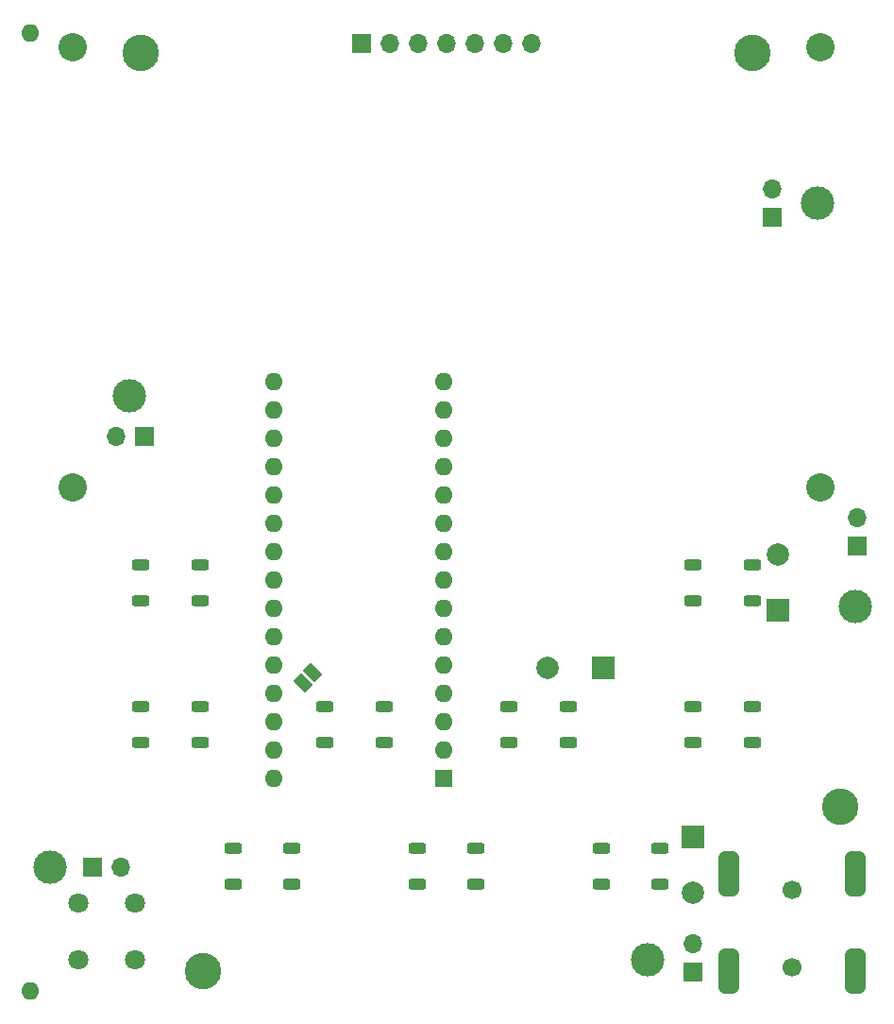
<source format=gbs>
G04 #@! TF.GenerationSoftware,KiCad,Pcbnew,7.0.8*
G04 #@! TF.CreationDate,2023-10-08T14:36:17-06:00*
G04 #@! TF.ProjectId,metal detector test,6d657461-6c20-4646-9574-6563746f7220,V2*
G04 #@! TF.SameCoordinates,Original*
G04 #@! TF.FileFunction,Soldermask,Bot*
G04 #@! TF.FilePolarity,Negative*
%FSLAX46Y46*%
G04 Gerber Fmt 4.6, Leading zero omitted, Abs format (unit mm)*
G04 Created by KiCad (PCBNEW 7.0.8) date 2023-10-08 14:36:17*
%MOMM*%
%LPD*%
G01*
G04 APERTURE LIST*
G04 Aperture macros list*
%AMRoundRect*
0 Rectangle with rounded corners*
0 $1 Rounding radius*
0 $2 $3 $4 $5 $6 $7 $8 $9 X,Y pos of 4 corners*
0 Add a 4 corners polygon primitive as box body*
4,1,4,$2,$3,$4,$5,$6,$7,$8,$9,$2,$3,0*
0 Add four circle primitives for the rounded corners*
1,1,$1+$1,$2,$3*
1,1,$1+$1,$4,$5*
1,1,$1+$1,$6,$7*
1,1,$1+$1,$8,$9*
0 Add four rect primitives between the rounded corners*
20,1,$1+$1,$2,$3,$4,$5,0*
20,1,$1+$1,$4,$5,$6,$7,0*
20,1,$1+$1,$6,$7,$8,$9,0*
20,1,$1+$1,$8,$9,$2,$3,0*%
%AMRotRect*
0 Rectangle, with rotation*
0 The origin of the aperture is its center*
0 $1 length*
0 $2 width*
0 $3 Rotation angle, in degrees counterclockwise*
0 Add horizontal line*
21,1,$1,$2,0,0,$3*%
G04 Aperture macros list end*
%ADD10RotRect,1.000000X1.500000X45.000000*%
%ADD11O,1.600000X1.600000*%
%ADD12C,3.000000*%
%ADD13C,3.263900*%
%ADD14C,1.800000*%
%ADD15C,1.700000*%
%ADD16R,2.000000X2.000000*%
%ADD17C,2.000000*%
%ADD18R,1.700000X1.700000*%
%ADD19O,1.700000X1.700000*%
%ADD20R,1.600000X1.600000*%
%ADD21RoundRect,0.250000X0.525000X0.250000X-0.525000X0.250000X-0.525000X-0.250000X0.525000X-0.250000X0*%
%ADD22RoundRect,0.450000X-0.450000X-1.550000X0.450000X-1.550000X0.450000X1.550000X-0.450000X1.550000X0*%
%ADD23C,2.540000*%
G04 APERTURE END LIST*
D10*
X28496381Y-59768619D03*
X29415619Y-58849381D03*
D11*
X4064000Y-1524000D03*
X4064000Y-87376000D03*
D12*
X59436000Y-84582000D03*
D13*
X19558000Y-85598000D03*
D14*
X8382000Y-79502000D03*
X13462000Y-79502000D03*
X13462000Y-84582000D03*
X8382000Y-84582000D03*
D15*
X72378000Y-85309000D03*
X72378000Y-78309000D03*
D16*
X63500000Y-73578323D03*
D17*
X63500000Y-78578323D03*
D12*
X5842000Y-76327000D03*
D13*
X76708000Y-70866000D03*
D18*
X14270000Y-37660500D03*
D19*
X11730000Y-37660500D03*
D18*
X9688000Y-76268500D03*
D19*
X12228000Y-76268500D03*
D12*
X74676000Y-16764000D03*
D16*
X71120000Y-53320077D03*
D17*
X71120000Y-48320077D03*
D18*
X63500000Y-85725000D03*
D19*
X63500000Y-83185000D03*
D13*
X13970000Y-3302000D03*
D20*
X41148000Y-68326000D03*
D11*
X41148000Y-65786000D03*
X41148000Y-63246000D03*
X41148000Y-60706000D03*
X41148000Y-58166000D03*
X41148000Y-55626000D03*
X41148000Y-53086000D03*
X41148000Y-50546000D03*
X41148000Y-48006000D03*
X41148000Y-45466000D03*
X41148000Y-42926000D03*
X41148000Y-40386000D03*
X41148000Y-37846000D03*
X41148000Y-35306000D03*
X41148000Y-32766000D03*
X25908000Y-32766000D03*
X25908000Y-35306000D03*
X25908000Y-37846000D03*
X25908000Y-40386000D03*
X25908000Y-42926000D03*
X25908000Y-45466000D03*
X25908000Y-48006000D03*
X25908000Y-50546000D03*
X25908000Y-53086000D03*
X25908000Y-55626000D03*
X25908000Y-58166000D03*
X25908000Y-60706000D03*
X25908000Y-63246000D03*
X25908000Y-65786000D03*
X25908000Y-68326000D03*
D18*
X70612000Y-18034000D03*
D19*
X70612000Y-15494000D03*
D13*
X68834000Y-3302000D03*
D18*
X78232000Y-47503000D03*
D19*
X78232000Y-44963000D03*
D12*
X78105000Y-52959000D03*
D16*
X55453677Y-58420000D03*
D17*
X50453677Y-58420000D03*
D12*
X12954000Y-34036000D03*
D21*
X27517000Y-74600000D03*
X22267000Y-74600000D03*
X27517000Y-77800000D03*
X22267000Y-77800000D03*
X35772000Y-61900000D03*
X30522000Y-61900000D03*
X35772000Y-65100000D03*
X30522000Y-65100000D03*
X44027000Y-74600000D03*
X38777000Y-74600000D03*
X44027000Y-77800000D03*
X38777000Y-77800000D03*
D22*
X66690000Y-76880000D03*
X78090000Y-76880000D03*
X78090000Y-85580000D03*
X66690000Y-85580000D03*
D23*
X74904600Y-2794000D03*
X7899400Y-2794000D03*
X74904600Y-42265600D03*
X7899400Y-42265600D03*
D18*
X33782000Y-2514600D03*
D19*
X36322000Y-2514600D03*
X38862000Y-2514600D03*
X41402000Y-2514600D03*
X43942000Y-2514600D03*
X46482000Y-2514600D03*
X49022000Y-2514600D03*
D21*
X19262000Y-61900000D03*
X14012000Y-61900000D03*
X19262000Y-65100000D03*
X14012000Y-65100000D03*
X60537000Y-74600000D03*
X55287000Y-74600000D03*
X60537000Y-77800000D03*
X55287000Y-77800000D03*
X68792000Y-49200000D03*
X63542000Y-49200000D03*
X68792000Y-52400000D03*
X63542000Y-52400000D03*
X19262000Y-49200000D03*
X14012000Y-49200000D03*
X19262000Y-52400000D03*
X14012000Y-52400000D03*
X52282000Y-61900000D03*
X47032000Y-61900000D03*
X52282000Y-65100000D03*
X47032000Y-65100000D03*
X68792000Y-61900000D03*
X63542000Y-61900000D03*
X68792000Y-65100000D03*
X63542000Y-65100000D03*
M02*

</source>
